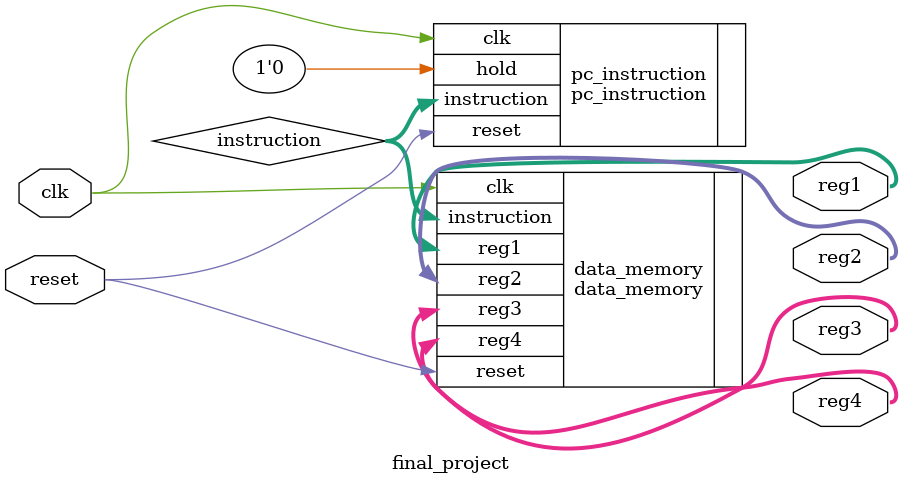
<source format=v>
`timescale 1ns / 1ps
module final_project( input clk, input reset, output signed [7:0] reg1, output signed [7:0] reg2, output signed [7:0] reg3, output signed [7:0] reg4 );

wire [19:0] instruction;

pc_instruction pc_instruction( .clk(clk), .hold(1'b0), .reset(reset), .instruction(instruction) );
data_memory data_memory( .reset(reset), .clk(clk), .reg1(reg1), .reg2(reg2), .reg3(reg3), .reg4(reg4),.instruction(instruction)); // if you need more I/O you can add more

endmodule

</source>
